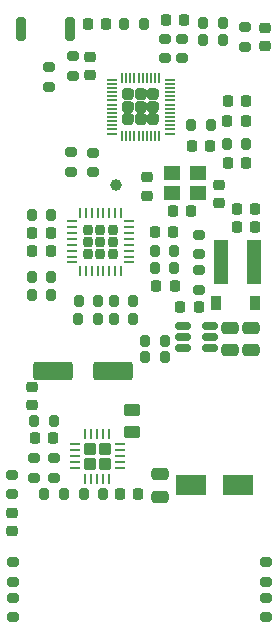
<source format=gtp>
G04 #@! TF.GenerationSoftware,KiCad,Pcbnew,8.0.2*
G04 #@! TF.CreationDate,2024-06-13T23:11:37+12:00*
G04 #@! TF.ProjectId,LAN-Module-PoE-Castellated,4c414e2d-4d6f-4647-956c-652d506f452d,rev?*
G04 #@! TF.SameCoordinates,Original*
G04 #@! TF.FileFunction,Paste,Top*
G04 #@! TF.FilePolarity,Positive*
%FSLAX46Y46*%
G04 Gerber Fmt 4.6, Leading zero omitted, Abs format (unit mm)*
G04 Created by KiCad (PCBNEW 8.0.2) date 2024-06-13 23:11:37*
%MOMM*%
%LPD*%
G01*
G04 APERTURE LIST*
G04 Aperture macros list*
%AMRoundRect*
0 Rectangle with rounded corners*
0 $1 Rounding radius*
0 $2 $3 $4 $5 $6 $7 $8 $9 X,Y pos of 4 corners*
0 Add a 4 corners polygon primitive as box body*
4,1,4,$2,$3,$4,$5,$6,$7,$8,$9,$2,$3,0*
0 Add four circle primitives for the rounded corners*
1,1,$1+$1,$2,$3*
1,1,$1+$1,$4,$5*
1,1,$1+$1,$6,$7*
1,1,$1+$1,$8,$9*
0 Add four rect primitives between the rounded corners*
20,1,$1+$1,$2,$3,$4,$5,0*
20,1,$1+$1,$4,$5,$6,$7,0*
20,1,$1+$1,$6,$7,$8,$9,0*
20,1,$1+$1,$8,$9,$2,$3,0*%
%AMFreePoly0*
4,1,25,0.321488,0.458416,0.341677,0.442147,0.442147,0.341677,0.474896,0.281700,0.477668,0.255921,0.477668,-0.255921,0.458416,-0.321488,0.442147,-0.341677,0.341677,-0.442147,0.281700,-0.474896,0.255921,-0.477668,-0.255921,-0.477668,-0.321488,-0.458416,-0.341677,-0.442147,-0.442147,-0.341677,-0.474896,-0.281700,-0.477668,-0.255921,-0.477668,0.255921,-0.458416,0.321488,-0.442147,0.341677,
-0.341677,0.442147,-0.281700,0.474896,-0.255921,0.477668,0.255921,0.477668,0.321488,0.458416,0.321488,0.458416,$1*%
G04 Aperture macros list end*
%ADD10RoundRect,0.200000X0.200000X0.275000X-0.200000X0.275000X-0.200000X-0.275000X0.200000X-0.275000X0*%
%ADD11RoundRect,0.225000X0.225000X0.250000X-0.225000X0.250000X-0.225000X-0.250000X0.225000X-0.250000X0*%
%ADD12R,0.900000X1.200000*%
%ADD13RoundRect,0.150000X-0.512500X-0.150000X0.512500X-0.150000X0.512500X0.150000X-0.512500X0.150000X0*%
%ADD14RoundRect,0.200000X-0.200000X-0.275000X0.200000X-0.275000X0.200000X0.275000X-0.200000X0.275000X0*%
%ADD15RoundRect,0.250000X0.450000X-0.262500X0.450000X0.262500X-0.450000X0.262500X-0.450000X-0.262500X0*%
%ADD16RoundRect,0.200000X-0.275000X0.200000X-0.275000X-0.200000X0.275000X-0.200000X0.275000X0.200000X0*%
%ADD17RoundRect,0.225000X0.250000X-0.225000X0.250000X0.225000X-0.250000X0.225000X-0.250000X-0.225000X0*%
%ADD18RoundRect,0.225000X-0.225000X-0.250000X0.225000X-0.250000X0.225000X0.250000X-0.225000X0.250000X0*%
%ADD19RoundRect,0.200000X0.275000X-0.200000X0.275000X0.200000X-0.275000X0.200000X-0.275000X-0.200000X0*%
%ADD20R,1.200000X3.700000*%
%ADD21RoundRect,0.250000X0.475000X-0.250000X0.475000X0.250000X-0.475000X0.250000X-0.475000X-0.250000X0*%
%ADD22RoundRect,0.225000X-0.250000X0.225000X-0.250000X-0.225000X0.250000X-0.225000X0.250000X0.225000X0*%
%ADD23RoundRect,0.250000X-0.275000X0.275000X-0.275000X-0.275000X0.275000X-0.275000X0.275000X0.275000X0*%
%ADD24RoundRect,0.062500X-0.062500X0.362500X-0.062500X-0.362500X0.062500X-0.362500X0.062500X0.362500X0*%
%ADD25RoundRect,0.062500X-0.362500X0.062500X-0.362500X-0.062500X0.362500X-0.062500X0.362500X0.062500X0*%
%ADD26R,2.500000X1.800000*%
%ADD27RoundRect,0.207500X0.207500X-0.207500X0.207500X0.207500X-0.207500X0.207500X-0.207500X-0.207500X0*%
%ADD28RoundRect,0.062500X0.062500X-0.375000X0.062500X0.375000X-0.062500X0.375000X-0.062500X-0.375000X0*%
%ADD29RoundRect,0.062500X0.375000X-0.062500X0.375000X0.062500X-0.375000X0.062500X-0.375000X-0.062500X0*%
%ADD30RoundRect,0.200000X0.200000X0.800000X-0.200000X0.800000X-0.200000X-0.800000X0.200000X-0.800000X0*%
%ADD31C,1.000000*%
%ADD32RoundRect,0.218750X-0.256250X0.218750X-0.256250X-0.218750X0.256250X-0.218750X0.256250X0.218750X0*%
%ADD33RoundRect,0.250000X1.412500X0.550000X-1.412500X0.550000X-1.412500X-0.550000X1.412500X-0.550000X0*%
%ADD34FreePoly0,180.000000*%
%ADD35RoundRect,0.050000X0.350000X0.050000X-0.350000X0.050000X-0.350000X-0.050000X0.350000X-0.050000X0*%
%ADD36RoundRect,0.050000X0.050000X0.350000X-0.050000X0.350000X-0.050000X-0.350000X0.050000X-0.350000X0*%
%ADD37R,1.400000X1.200000*%
G04 APERTURE END LIST*
D10*
G04 #@! TO.C,R5*
X38825000Y-73800000D03*
X37175000Y-73800000D03*
G04 #@! TD*
G04 #@! TO.C,R14*
X38332500Y-58950000D03*
X36682500Y-58950000D03*
G04 #@! TD*
D11*
G04 #@! TO.C,C2*
X50850000Y-42200000D03*
X49300000Y-42200000D03*
G04 #@! TD*
D12*
G04 #@! TO.C,D2*
X48350000Y-57600000D03*
X51650000Y-57600000D03*
G04 #@! TD*
D13*
G04 #@! TO.C,U3*
X45562500Y-59550000D03*
X45562500Y-60500000D03*
X45562500Y-61450000D03*
X47837500Y-61450000D03*
X47837500Y-60500000D03*
X47837500Y-59550000D03*
G04 #@! TD*
D14*
G04 #@! TO.C,R8*
X32745000Y-55450000D03*
X34395000Y-55450000D03*
G04 #@! TD*
G04 #@! TO.C,R17*
X39682500Y-58950000D03*
X41332500Y-58950000D03*
G04 #@! TD*
D10*
G04 #@! TO.C,C22*
X34395000Y-56950000D03*
X32745000Y-56950000D03*
G04 #@! TD*
D15*
G04 #@! TO.C,R20*
X41200000Y-68512500D03*
X41200000Y-66687500D03*
G04 #@! TD*
D16*
G04 #@! TO.C,R32*
X34250000Y-37675000D03*
X34250000Y-39325000D03*
G04 #@! TD*
D17*
G04 #@! TO.C,C3*
X31100000Y-76975000D03*
X31100000Y-75425000D03*
G04 #@! TD*
D16*
G04 #@! TO.C,R2*
X36275000Y-36750000D03*
X36275000Y-38400000D03*
G04 #@! TD*
D18*
G04 #@! TO.C,C10*
X37525000Y-34000000D03*
X39075000Y-34000000D03*
G04 #@! TD*
D19*
G04 #@! TO.C,R11*
X52600000Y-81225000D03*
X52600000Y-79575000D03*
G04 #@! TD*
D16*
G04 #@! TO.C,R10*
X36100000Y-44875000D03*
X36100000Y-46525000D03*
G04 #@! TD*
D20*
G04 #@! TO.C,L2*
X48800000Y-54200000D03*
X51600000Y-54200000D03*
G04 #@! TD*
D21*
G04 #@! TO.C,C29*
X49500000Y-61650000D03*
X49500000Y-59750000D03*
G04 #@! TD*
D22*
G04 #@! TO.C,C13*
X48600000Y-47625000D03*
X48600000Y-49175000D03*
G04 #@! TD*
D11*
G04 #@! TO.C,C21*
X51675000Y-51200000D03*
X50125000Y-51200000D03*
G04 #@! TD*
D23*
G04 #@! TO.C,U2*
X38950000Y-69956233D03*
X37650000Y-69956233D03*
X38950000Y-71256233D03*
X37650000Y-71256233D03*
D24*
X39300000Y-68681233D03*
X38800000Y-68681233D03*
X38300000Y-68681233D03*
X37800000Y-68681233D03*
X37300000Y-68681233D03*
D25*
X36375000Y-69606233D03*
X36375000Y-70106233D03*
X36375000Y-70606233D03*
X36375000Y-71106233D03*
X36375000Y-71606233D03*
D24*
X37300000Y-72531233D03*
X37800000Y-72531233D03*
X38300000Y-72531233D03*
X38800000Y-72531233D03*
X39300000Y-72531233D03*
D25*
X40225000Y-71606233D03*
X40225000Y-71106233D03*
X40225000Y-70606233D03*
X40225000Y-70106233D03*
X40225000Y-69606233D03*
G04 #@! TD*
D14*
G04 #@! TO.C,R23*
X42350000Y-62200000D03*
X44000000Y-62200000D03*
G04 #@! TD*
D10*
G04 #@! TO.C,R13*
X38395000Y-57450000D03*
X36745000Y-57450000D03*
G04 #@! TD*
D26*
G04 #@! TO.C,D1*
X50230000Y-73031233D03*
X46230000Y-73031233D03*
G04 #@! TD*
D19*
G04 #@! TO.C,R6*
X32970000Y-72425000D03*
X32970000Y-70775000D03*
G04 #@! TD*
D14*
G04 #@! TO.C,R19*
X33825000Y-73831233D03*
X35475000Y-73831233D03*
G04 #@! TD*
D19*
G04 #@! TO.C,R29*
X45500000Y-36925000D03*
X45500000Y-35275000D03*
G04 #@! TD*
D14*
G04 #@! TO.C,R18*
X39682500Y-57450000D03*
X41332500Y-57450000D03*
G04 #@! TD*
D11*
G04 #@! TO.C,C20*
X34575000Y-69100000D03*
X33025000Y-69100000D03*
G04 #@! TD*
D19*
G04 #@! TO.C,C8*
X37925000Y-46550000D03*
X37925000Y-44900000D03*
G04 #@! TD*
D18*
G04 #@! TO.C,C24*
X43295000Y-56200000D03*
X44845000Y-56200000D03*
G04 #@! TD*
D10*
G04 #@! TO.C,R3*
X50925000Y-44200000D03*
X49275000Y-44200000D03*
G04 #@! TD*
D19*
G04 #@! TO.C,R12*
X31200000Y-81225000D03*
X31200000Y-79575000D03*
G04 #@! TD*
G04 #@! TO.C,R26*
X46900000Y-53525000D03*
X46900000Y-51875000D03*
G04 #@! TD*
D27*
G04 #@! TO.C,U4*
X37540000Y-53480000D03*
X38570000Y-53480000D03*
X39600000Y-53480000D03*
X37540000Y-52450000D03*
X38570000Y-52450000D03*
X39600000Y-52450000D03*
X37540000Y-51420000D03*
X38570000Y-51420000D03*
X39600000Y-51420000D03*
D28*
X36820000Y-54887500D03*
X37320000Y-54887500D03*
X37820000Y-54887500D03*
X38320000Y-54887500D03*
X38820000Y-54887500D03*
X39320000Y-54887500D03*
X39820000Y-54887500D03*
X40320000Y-54887500D03*
D29*
X41007500Y-54200000D03*
X41007500Y-53700000D03*
X41007500Y-53200000D03*
X41007500Y-52700000D03*
X41007500Y-52200000D03*
X41007500Y-51700000D03*
X41007500Y-51200000D03*
X41007500Y-50700000D03*
D28*
X40320000Y-50012500D03*
X39820000Y-50012500D03*
X39320000Y-50012500D03*
X38820000Y-50012500D03*
X38320000Y-50012500D03*
X37820000Y-50012500D03*
X37320000Y-50012500D03*
X36820000Y-50012500D03*
D29*
X36132500Y-50700000D03*
X36132500Y-51200000D03*
X36132500Y-51700000D03*
X36132500Y-52200000D03*
X36132500Y-52700000D03*
X36132500Y-53200000D03*
X36132500Y-53700000D03*
X36132500Y-54200000D03*
G04 #@! TD*
D11*
G04 #@! TO.C,C16*
X47850000Y-44300000D03*
X46300000Y-44300000D03*
G04 #@! TD*
D30*
G04 #@! TO.C,SW1*
X36000000Y-34400000D03*
X31800000Y-34400000D03*
G04 #@! TD*
D31*
G04 #@! TO.C,TP1*
X39900000Y-47600000D03*
G04 #@! TD*
D10*
G04 #@! TO.C,R4*
X48925000Y-35400000D03*
X47275000Y-35400000D03*
G04 #@! TD*
D16*
G04 #@! TO.C,R25*
X31100000Y-72175000D03*
X31100000Y-73825000D03*
G04 #@! TD*
D17*
G04 #@! TO.C,C6*
X32800000Y-66275000D03*
X32800000Y-64725000D03*
G04 #@! TD*
D32*
G04 #@! TO.C,D3*
X52500000Y-34312500D03*
X52500000Y-35887500D03*
G04 #@! TD*
D21*
G04 #@! TO.C,C4*
X43600000Y-74050000D03*
X43600000Y-72150000D03*
G04 #@! TD*
D10*
G04 #@! TO.C,L3*
X44795000Y-53200000D03*
X43145000Y-53200000D03*
G04 #@! TD*
D18*
G04 #@! TO.C,C26*
X43195000Y-51600000D03*
X44745000Y-51600000D03*
G04 #@! TD*
D19*
G04 #@! TO.C,R27*
X46900000Y-56525000D03*
X46900000Y-54875000D03*
G04 #@! TD*
G04 #@! TO.C,R28*
X50800000Y-35925000D03*
X50800000Y-34275000D03*
G04 #@! TD*
D18*
G04 #@! TO.C,C12*
X44725000Y-49855000D03*
X46275000Y-49855000D03*
G04 #@! TD*
D14*
G04 #@! TO.C,R21*
X32975000Y-67600000D03*
X34625000Y-67600000D03*
G04 #@! TD*
D18*
G04 #@! TO.C,C5*
X50125000Y-49700000D03*
X51675000Y-49700000D03*
G04 #@! TD*
D10*
G04 #@! TO.C,R24*
X44000000Y-60850000D03*
X42350000Y-60850000D03*
G04 #@! TD*
D11*
G04 #@! TO.C,C15*
X50875000Y-45800000D03*
X49325000Y-45800000D03*
G04 #@! TD*
G04 #@! TO.C,C25*
X34345000Y-53200000D03*
X32795000Y-53200000D03*
G04 #@! TD*
D18*
G04 #@! TO.C,C1*
X40225000Y-73800000D03*
X41775000Y-73800000D03*
G04 #@! TD*
D16*
G04 #@! TO.C,R15*
X31200000Y-82575000D03*
X31200000Y-84225000D03*
G04 #@! TD*
D33*
G04 #@! TO.C,C27*
X39600000Y-63400000D03*
X34525000Y-63400000D03*
G04 #@! TD*
D14*
G04 #@! TO.C,R1*
X40575000Y-34000000D03*
X42225000Y-34000000D03*
G04 #@! TD*
D10*
G04 #@! TO.C,R22*
X48925000Y-33900000D03*
X47275000Y-33900000D03*
G04 #@! TD*
D17*
G04 #@! TO.C,C9*
X42475000Y-48550000D03*
X42475000Y-47000000D03*
G04 #@! TD*
D10*
G04 #@! TO.C,R9*
X44795000Y-54700000D03*
X43145000Y-54700000D03*
G04 #@! TD*
D18*
G04 #@! TO.C,C19*
X44125000Y-33700000D03*
X45675000Y-33700000D03*
G04 #@! TD*
D16*
G04 #@! TO.C,R16*
X52600000Y-82575000D03*
X52600000Y-84225000D03*
G04 #@! TD*
D14*
G04 #@! TO.C,L1*
X46250000Y-42575000D03*
X47900000Y-42575000D03*
G04 #@! TD*
D22*
G04 #@! TO.C,C14*
X37675000Y-36800000D03*
X37675000Y-38350000D03*
G04 #@! TD*
D21*
G04 #@! TO.C,C18*
X51300000Y-61650000D03*
X51300000Y-59750000D03*
G04 #@! TD*
D34*
G04 #@! TO.C,U1*
X43041667Y-42075000D03*
X43041667Y-41008333D03*
X43041667Y-39941666D03*
X41975000Y-42075000D03*
X41975000Y-41008333D03*
X41975000Y-39941666D03*
X40908333Y-42075000D03*
X40908333Y-41008333D03*
X40908333Y-39941666D03*
D35*
X44425000Y-43283333D03*
X44425000Y-42933333D03*
X44425000Y-42583333D03*
X44425000Y-42233333D03*
X44425000Y-41883333D03*
X44425000Y-41533333D03*
X44425000Y-41183333D03*
X44425000Y-40833333D03*
X44425000Y-40483333D03*
X44425000Y-40133333D03*
X44425000Y-39783333D03*
X44425000Y-39433333D03*
X44425000Y-39083333D03*
X44425000Y-38733333D03*
D36*
X43550000Y-38558333D03*
X43200000Y-38558333D03*
X42850000Y-38558333D03*
X42500000Y-38558333D03*
X42150000Y-38558333D03*
X41800000Y-38558333D03*
X41450000Y-38558333D03*
X41100000Y-38558333D03*
X40750000Y-38558333D03*
X40400000Y-38558333D03*
D35*
X39525000Y-38733333D03*
X39525000Y-39083333D03*
X39525000Y-39433333D03*
X39525000Y-39783333D03*
X39525000Y-40133333D03*
X39525000Y-40483333D03*
X39525000Y-40833333D03*
X39525000Y-41183333D03*
X39525000Y-41533333D03*
X39525000Y-41883333D03*
X39525000Y-42233333D03*
X39525000Y-42583333D03*
X39525000Y-42933333D03*
X39525000Y-43283333D03*
D36*
X40400000Y-43458333D03*
X40750000Y-43458333D03*
X41100000Y-43458333D03*
X41450000Y-43458333D03*
X41800000Y-43458333D03*
X42150000Y-43458333D03*
X42500000Y-43458333D03*
X42850000Y-43458333D03*
X43200000Y-43458333D03*
X43550000Y-43458333D03*
G04 #@! TD*
D16*
G04 #@! TO.C,R7*
X34650000Y-70775000D03*
X34650000Y-72425000D03*
G04 #@! TD*
D11*
G04 #@! TO.C,C11*
X50875000Y-40500000D03*
X49325000Y-40500000D03*
G04 #@! TD*
G04 #@! TO.C,C23*
X34345000Y-51700000D03*
X32795000Y-51700000D03*
G04 #@! TD*
D14*
G04 #@! TO.C,R31*
X32745000Y-50200000D03*
X34395000Y-50200000D03*
G04 #@! TD*
D18*
G04 #@! TO.C,C17*
X45325000Y-58000000D03*
X46875000Y-58000000D03*
G04 #@! TD*
D19*
G04 #@! TO.C,R30*
X44000000Y-36925000D03*
X44000000Y-35275000D03*
G04 #@! TD*
D37*
G04 #@! TO.C,Y1*
X44625000Y-48325000D03*
X46825000Y-48325000D03*
X46825000Y-46625000D03*
X44625000Y-46625000D03*
G04 #@! TD*
M02*

</source>
